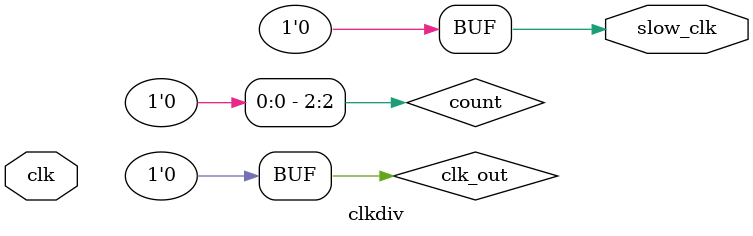
<source format=v>
`timescale 1ns / 1ps


module clkdiv(
    input clk,
    output slow_clk
    );
    
    reg [2:0] count = 0;
    reg clk_out = 0;
    assign slow_clk = clk_out;
    assign slow_clk = count[2];
    
    always @(posedge clk) begin
        
        if(count == 4) count = 0;
        else count = count+1;
        
    end
        
endmodule

</source>
